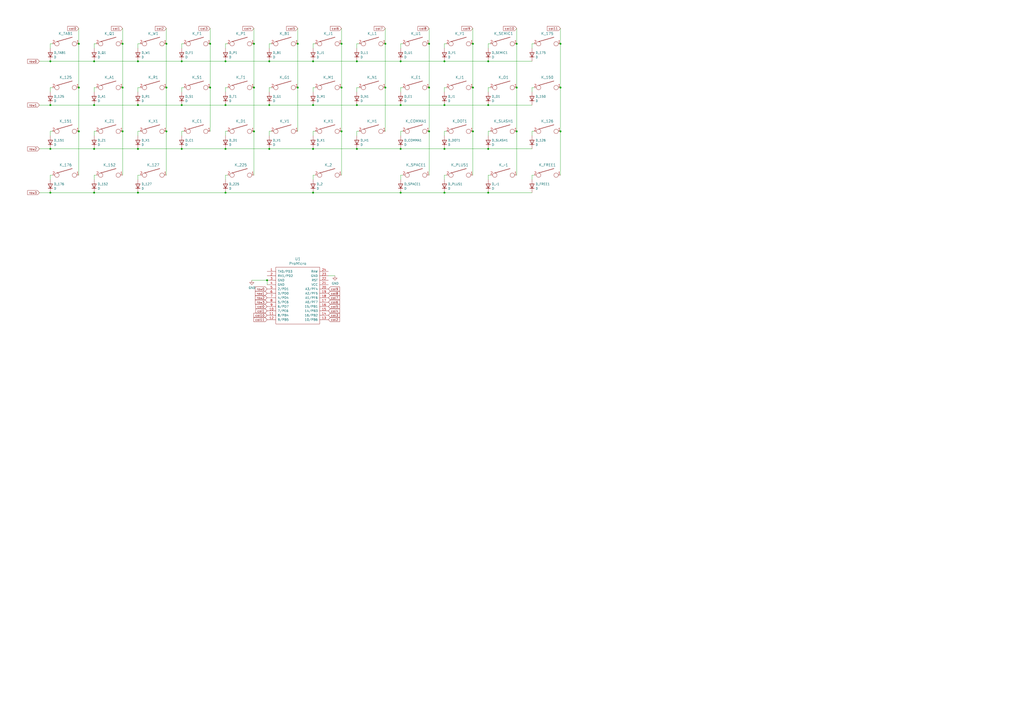
<source format=kicad_sch>
(kicad_sch (version 20211123) (generator eeschema)
  (paper "A2")
  (lib_symbols
    (symbol "Device:D" (pin_numbers hide) (pin_names (offset 1.016) hide)
      (property "Reference" "D" (at 0 2.54 0))
      (property "Value" "D" (at 0 -2.54 0))
      (symbol "D_0_1"
        (polyline (pts (xy -1.27 1.27) (xy -1.27 -1.27)) (stroke (width 0.254)))
        (polyline (pts (xy 1.27 0) (xy -1.27 0)))
        (polyline (pts (xy 1.27 1.27) (xy 1.27 -1.27) (xy -1.27 0) (xy 1.27 1.27)) (stroke (width 0.254)))
      )
      (symbol "D_1_1"
        (pin passive line (at -3.81 0 0) (length 2.54) (name "K") (number "1"))
        (pin passive line (at 3.81 0 180) (length 2.54) (name "A") (number "2"))
      )
    )
    (symbol "keebio:ProMicro" (pin_names (offset 1.016))
      (property "Reference" "U" (at 0 0 0))
      (property "Value" "ProMicro" (at 0 -19.05 0))
      (symbol "ProMicro_0_1"
        (rectangle (start -12.7 -16.51) (end 12.7 16.51))
      )
      (symbol "ProMicro_1_1"
        (pin input line (at -17.78 13.97 0) (length 5.08) (name "TX0/PD3") (number "1"))
        (pin input line (at -17.78 -8.89 0) (length 5.08) (name "7/PE6") (number "10"))
        (pin input line (at -17.78 -11.43 0) (length 5.08) (name "8/PB4") (number "11"))
        (pin input line (at -17.78 -13.97 0) (length 5.08) (name "9/PB5") (number "12"))
        (pin input line (at 17.78 -13.97 180) (length 5.08) (name "10/PB6") (number "13"))
        (pin input line (at 17.78 -11.43 180) (length 5.08) (name "16/PB2") (number "14"))
        (pin input line (at 17.78 -8.89 180) (length 5.08) (name "14/PB3") (number "15"))
        (pin input line (at 17.78 -6.35 180) (length 5.08) (name "15/PB1") (number "16"))
        (pin input line (at 17.78 -3.81 180) (length 5.08) (name "A0/PF7") (number "17"))
        (pin input line (at 17.78 -1.27 180) (length 5.08) (name "A1/PF6") (number "18"))
        (pin input line (at 17.78 1.27 180) (length 5.08) (name "A2/PF5") (number "19"))
        (pin input line (at -17.78 11.43 0) (length 5.08) (name "RX1/PD2") (number "2"))
        (pin input line (at 17.78 3.81 180) (length 5.08) (name "A3/PF4") (number "20"))
        (pin input line (at 17.78 6.35 180) (length 5.08) (name "VCC") (number "21"))
        (pin input line (at 17.78 8.89 180) (length 5.08) (name "RST") (number "22"))
        (pin input line (at 17.78 11.43 180) (length 5.08) (name "GND") (number "23"))
        (pin input line (at 17.78 13.97 180) (length 5.08) (name "RAW") (number "24"))
        (pin input line (at -17.78 8.89 0) (length 5.08) (name "GND") (number "3"))
        (pin input line (at -17.78 6.35 0) (length 5.08) (name "GND") (number "4"))
        (pin input line (at -17.78 3.81 0) (length 5.08) (name "2/PD1") (number "5"))
        (pin input line (at -17.78 1.27 0) (length 5.08) (name "3/PD0") (number "6"))
        (pin input line (at -17.78 -1.27 0) (length 5.08) (name "4/PD4") (number "7"))
        (pin input line (at -17.78 -3.81 0) (length 5.08) (name "5/PC6") (number "8"))
        (pin input line (at -17.78 -6.35 0) (length 5.08) (name "6/PD7") (number "9"))
      )
    )
    (symbol "keyboard_parts:KEYSW" (pin_names (offset 1.016))
      (property "Reference" "K?" (at -1.27 0 0))
      (symbol "KEYSW_0_1"
        (circle (center -5.08 0) (radius 1.27))
        (polyline (pts (xy -5.08 1.27) (xy 3.81 3.81)) (stroke (width 0.254)))
        (circle (center 5.08 0) (radius 1.27))
      )
      (symbol "KEYSW_1_1"
        (pin passive line (at 7.62 0 180) (length 1.27) (name "~") (number "1"))
        (pin passive line (at -7.62 0 0) (length 1.27) (name "~") (number "2"))
      )
    )
    (symbol "power:GND" (power) (pin_names (offset 0))
      (property "Value" "GND" (at 0 -3.81 0))
      (symbol "GND_0_1"
        (polyline (pts (xy 0 0) (xy 0 -1.27) (xy 1.27 -1.27) (xy 0 -2.54) (xy -1.27 -1.27) (xy 0 -1.27)))
      )
      (symbol "GND_1_1"
        (pin power_in line (at 0 0 270) (length 0) hide (name "GND") (number "1"))
      )
    )
  )
  (junction (at 96.52 25.4))
  (junction (at 96.52 50.8))
  (junction (at 105.41 60.96))
  (junction (at 283.21 86.36))
  (junction (at 54.61 35.56))
  (junction (at 198.12 76.2))
  (junction (at 257.81 60.96))
  (junction (at 299.72 76.2))
  (junction (at 105.41 86.36))
  (junction (at 156.21 60.96))
  (junction (at 283.21 35.56))
  (junction (at 29.21 60.96))
  (junction (at 181.61 111.76))
  (junction (at 207.01 35.56))
  (junction (at 121.92 50.8))
  (junction (at 257.81 86.36))
  (junction (at 154.94 162.56))
  (junction (at 29.21 35.56))
  (junction (at 130.81 60.96))
  (junction (at 96.52 76.2))
  (junction (at 325.12 76.2))
  (junction (at 223.52 50.8))
  (junction (at 45.72 50.8))
  (junction (at 121.92 25.4))
  (junction (at 248.92 50.8))
  (junction (at 156.21 86.36))
  (junction (at 232.41 60.96))
  (junction (at 29.21 86.36))
  (junction (at 207.01 60.96))
  (junction (at 130.81 35.56))
  (junction (at 54.61 86.36))
  (junction (at 232.41 86.36))
  (junction (at 130.81 111.76))
  (junction (at 54.61 60.96))
  (junction (at 172.72 50.8))
  (junction (at 147.32 76.2))
  (junction (at 207.01 86.36))
  (junction (at 80.01 86.36))
  (junction (at 223.52 25.4))
  (junction (at 232.41 35.56))
  (junction (at 80.01 111.76))
  (junction (at 274.32 25.4))
  (junction (at 198.12 50.8))
  (junction (at 248.92 76.2))
  (junction (at 71.12 25.4))
  (junction (at 147.32 50.8))
  (junction (at 257.81 35.56))
  (junction (at 257.81 111.76))
  (junction (at 181.61 35.56))
  (junction (at 80.01 35.56))
  (junction (at 274.32 50.8))
  (junction (at 274.32 76.2))
  (junction (at 198.12 25.4))
  (junction (at 172.72 25.4))
  (junction (at 45.72 25.4))
  (junction (at 283.21 111.76))
  (junction (at 325.12 25.4))
  (junction (at 181.61 60.96))
  (junction (at 45.72 76.2))
  (junction (at 80.01 60.96))
  (junction (at 232.41 111.76))
  (junction (at 71.12 50.8))
  (junction (at 181.61 86.36))
  (junction (at 299.72 25.4))
  (junction (at 325.12 50.8))
  (junction (at 299.72 50.8))
  (junction (at 71.12 76.2))
  (junction (at 156.21 35.56))
  (junction (at 283.21 60.96))
  (junction (at 147.32 25.4))
  (junction (at 105.41 35.56))
  (junction (at 29.21 111.76))
  (junction (at 130.81 86.36))
  (junction (at 248.92 25.4))
  (junction (at 54.61 111.76))
  (wire (pts (xy 232.41 35.56) (xy 257.81 35.56)))
  (wire (pts (xy 96.52 16.51) (xy 96.52 25.4)))
  (wire (pts (xy 121.92 76.2) (xy 121.92 50.8)))
  (wire (pts (xy 130.81 35.56) (xy 156.21 35.56)))
  (wire (pts (xy 80.01 50.8) (xy 80.01 53.34)))
  (wire (pts (xy 207.01 25.4) (xy 207.01 27.94)))
  (wire (pts (xy 29.21 101.6) (xy 29.21 104.14)))
  (wire (pts (xy 130.81 86.36) (xy 156.21 86.36)))
  (wire (pts (xy 130.81 50.8) (xy 130.81 53.34)))
  (wire (pts (xy 283.21 86.36) (xy 308.61 86.36)))
  (wire (pts (xy 248.92 50.8) (xy 248.92 25.4)))
  (wire (pts (xy 284.48 25.4) (xy 283.21 25.4)))
  (wire (pts (xy 198.12 76.2) (xy 198.12 50.8)))
  (wire (pts (xy 283.21 101.6) (xy 283.21 104.14)))
  (wire (pts (xy 105.41 25.4) (xy 105.41 27.94)))
  (wire (pts (xy 54.61 101.6) (xy 54.61 104.14)))
  (wire (pts (xy 45.72 76.2) (xy 45.72 50.8)))
  (wire (pts (xy 80.01 86.36) (xy 105.41 86.36)))
  (wire (pts (xy 283.21 35.56) (xy 308.61 35.56)))
  (wire (pts (xy 232.41 60.96) (xy 257.81 60.96)))
  (wire (pts (xy 29.21 25.4) (xy 29.21 27.94)))
  (wire (pts (xy 257.81 86.36) (xy 283.21 86.36)))
  (wire (pts (xy 299.72 101.6) (xy 299.72 76.2)))
  (wire (pts (xy 257.81 76.2) (xy 257.81 78.74)))
  (wire (pts (xy 248.92 101.6) (xy 248.92 76.2)))
  (wire (pts (xy 30.48 101.6) (xy 29.21 101.6)))
  (wire (pts (xy 157.48 25.4) (xy 156.21 25.4)))
  (wire (pts (xy 299.72 76.2) (xy 299.72 50.8)))
  (wire (pts (xy 309.88 50.8) (xy 308.61 50.8)))
  (wire (pts (xy 156.21 50.8) (xy 156.21 53.34)))
  (wire (pts (xy 80.01 76.2) (xy 80.01 78.74)))
  (wire (pts (xy 248.92 16.51) (xy 248.92 25.4)))
  (wire (pts (xy 232.41 76.2) (xy 232.41 78.74)))
  (wire (pts (xy 29.21 35.56) (xy 54.61 35.56)))
  (wire (pts (xy 80.01 101.6) (xy 80.01 104.14)))
  (wire (pts (xy 308.61 101.6) (xy 308.61 104.14)))
  (wire (pts (xy 182.88 101.6) (xy 181.61 101.6)))
  (wire (pts (xy 156.21 60.96) (xy 181.61 60.96)))
  (wire (pts (xy 106.68 50.8) (xy 105.41 50.8)))
  (wire (pts (xy 45.72 16.51) (xy 45.72 25.4)))
  (wire (pts (xy 257.81 35.56) (xy 283.21 35.56)))
  (wire (pts (xy 181.61 86.36) (xy 207.01 86.36)))
  (wire (pts (xy 105.41 60.96) (xy 130.81 60.96)))
  (wire (pts (xy 156.21 35.56) (xy 181.61 35.56)))
  (wire (pts (xy 198.12 50.8) (xy 198.12 25.4)))
  (wire (pts (xy 172.72 50.8) (xy 172.72 25.4)))
  (wire (pts (xy 54.61 111.76) (xy 80.01 111.76)))
  (wire (pts (xy 325.12 16.51) (xy 325.12 25.4)))
  (wire (pts (xy 181.61 111.76) (xy 232.41 111.76)))
  (wire (pts (xy 106.68 25.4) (xy 105.41 25.4)))
  (wire (pts (xy 208.28 50.8) (xy 207.01 50.8)))
  (wire (pts (xy 30.48 50.8) (xy 29.21 50.8)))
  (wire (pts (xy 308.61 50.8) (xy 308.61 53.34)))
  (wire (pts (xy 132.08 101.6) (xy 130.81 101.6)))
  (wire (pts (xy 147.32 76.2) (xy 147.32 50.8)))
  (wire (pts (xy 80.01 60.96) (xy 105.41 60.96)))
  (wire (pts (xy 308.61 25.4) (xy 308.61 27.94)))
  (wire (pts (xy 208.28 25.4) (xy 207.01 25.4)))
  (wire (pts (xy 22.86 86.36) (xy 29.21 86.36)))
  (wire (pts (xy 198.12 101.6) (xy 198.12 76.2)))
  (wire (pts (xy 54.61 60.96) (xy 80.01 60.96)))
  (wire (pts (xy 130.81 76.2) (xy 130.81 78.74)))
  (wire (pts (xy 232.41 50.8) (xy 232.41 53.34)))
  (wire (pts (xy 172.72 76.2) (xy 172.72 50.8)))
  (wire (pts (xy 130.81 25.4) (xy 130.81 27.94)))
  (wire (pts (xy 29.21 76.2) (xy 29.21 78.74)))
  (wire (pts (xy 190.5 160.02) (xy 194.31 160.02)))
  (wire (pts (xy 30.48 76.2) (xy 29.21 76.2)))
  (wire (pts (xy 132.08 25.4) (xy 130.81 25.4)))
  (wire (pts (xy 22.86 35.56) (xy 29.21 35.56)))
  (wire (pts (xy 233.68 76.2) (xy 232.41 76.2)))
  (wire (pts (xy 283.21 50.8) (xy 283.21 53.34)))
  (wire (pts (xy 29.21 86.36) (xy 54.61 86.36)))
  (wire (pts (xy 299.72 16.51) (xy 299.72 25.4)))
  (wire (pts (xy 232.41 101.6) (xy 232.41 104.14)))
  (wire (pts (xy 325.12 50.8) (xy 325.12 25.4)))
  (wire (pts (xy 259.08 101.6) (xy 257.81 101.6)))
  (wire (pts (xy 29.21 50.8) (xy 29.21 53.34)))
  (wire (pts (xy 54.61 25.4) (xy 54.61 27.94)))
  (wire (pts (xy 181.61 76.2) (xy 181.61 78.74)))
  (wire (pts (xy 130.81 111.76) (xy 181.61 111.76)))
  (wire (pts (xy 45.72 50.8) (xy 45.72 25.4)))
  (wire (pts (xy 22.86 111.76) (xy 29.21 111.76)))
  (wire (pts (xy 299.72 50.8) (xy 299.72 25.4)))
  (wire (pts (xy 96.52 50.8) (xy 96.52 25.4)))
  (wire (pts (xy 71.12 76.2) (xy 71.12 50.8)))
  (wire (pts (xy 80.01 25.4) (xy 80.01 27.94)))
  (wire (pts (xy 232.41 111.76) (xy 257.81 111.76)))
  (wire (pts (xy 45.72 101.6) (xy 45.72 76.2)))
  (wire (pts (xy 54.61 76.2) (xy 54.61 78.74)))
  (wire (pts (xy 274.32 76.2) (xy 274.32 50.8)))
  (wire (pts (xy 132.08 76.2) (xy 130.81 76.2)))
  (wire (pts (xy 30.48 25.4) (xy 29.21 25.4)))
  (wire (pts (xy 55.88 25.4) (xy 54.61 25.4)))
  (wire (pts (xy 132.08 50.8) (xy 130.81 50.8)))
  (wire (pts (xy 71.12 50.8) (xy 71.12 25.4)))
  (wire (pts (xy 233.68 101.6) (xy 232.41 101.6)))
  (wire (pts (xy 121.92 16.51) (xy 121.92 25.4)))
  (wire (pts (xy 81.28 76.2) (xy 80.01 76.2)))
  (wire (pts (xy 80.01 111.76) (xy 130.81 111.76)))
  (wire (pts (xy 181.61 50.8) (xy 181.61 53.34)))
  (wire (pts (xy 54.61 50.8) (xy 54.61 53.34)))
  (wire (pts (xy 259.08 25.4) (xy 257.81 25.4)))
  (wire (pts (xy 55.88 50.8) (xy 54.61 50.8)))
  (wire (pts (xy 283.21 60.96) (xy 308.61 60.96)))
  (wire (pts (xy 284.48 76.2) (xy 283.21 76.2)))
  (wire (pts (xy 130.81 60.96) (xy 156.21 60.96)))
  (wire (pts (xy 223.52 16.51) (xy 223.52 25.4)))
  (wire (pts (xy 71.12 16.51) (xy 71.12 25.4)))
  (wire (pts (xy 55.88 76.2) (xy 54.61 76.2)))
  (wire (pts (xy 283.21 111.76) (xy 308.61 111.76)))
  (wire (pts (xy 257.81 101.6) (xy 257.81 104.14)))
  (wire (pts (xy 233.68 25.4) (xy 232.41 25.4)))
  (wire (pts (xy 309.88 25.4) (xy 308.61 25.4)))
  (wire (pts (xy 130.81 101.6) (xy 130.81 104.14)))
  (wire (pts (xy 156.21 86.36) (xy 181.61 86.36)))
  (wire (pts (xy 121.92 50.8) (xy 121.92 25.4)))
  (wire (pts (xy 81.28 50.8) (xy 80.01 50.8)))
  (wire (pts (xy 325.12 76.2) (xy 325.12 50.8)))
  (wire (pts (xy 105.41 50.8) (xy 105.41 53.34)))
  (wire (pts (xy 106.68 76.2) (xy 105.41 76.2)))
  (wire (pts (xy 181.61 25.4) (xy 181.61 27.94)))
  (wire (pts (xy 274.32 16.51) (xy 274.32 25.4)))
  (wire (pts (xy 157.48 50.8) (xy 156.21 50.8)))
  (wire (pts (xy 283.21 25.4) (xy 283.21 27.94)))
  (wire (pts (xy 105.41 35.56) (xy 130.81 35.56)))
  (wire (pts (xy 96.52 101.6) (xy 96.52 76.2)))
  (wire (pts (xy 208.28 76.2) (xy 207.01 76.2)))
  (wire (pts (xy 147.32 16.51) (xy 147.32 25.4)))
  (wire (pts (xy 157.48 76.2) (xy 156.21 76.2)))
  (wire (pts (xy 283.21 76.2) (xy 283.21 78.74)))
  (wire (pts (xy 147.32 101.6) (xy 147.32 76.2)))
  (wire (pts (xy 147.32 50.8) (xy 147.32 25.4)))
  (wire (pts (xy 259.08 76.2) (xy 257.81 76.2)))
  (wire (pts (xy 232.41 86.36) (xy 257.81 86.36)))
  (wire (pts (xy 182.88 76.2) (xy 181.61 76.2)))
  (wire (pts (xy 105.41 76.2) (xy 105.41 78.74)))
  (wire (pts (xy 71.12 101.6) (xy 71.12 76.2)))
  (wire (pts (xy 198.12 16.51) (xy 198.12 25.4)))
  (wire (pts (xy 181.61 101.6) (xy 181.61 104.14)))
  (wire (pts (xy 248.92 76.2) (xy 248.92 50.8)))
  (wire (pts (xy 284.48 50.8) (xy 283.21 50.8)))
  (wire (pts (xy 105.41 86.36) (xy 130.81 86.36)))
  (wire (pts (xy 55.88 101.6) (xy 54.61 101.6)))
  (wire (pts (xy 257.81 111.76) (xy 283.21 111.76)))
  (wire (pts (xy 274.32 101.6) (xy 274.32 76.2)))
  (wire (pts (xy 207.01 35.56) (xy 232.41 35.56)))
  (wire (pts (xy 80.01 35.56) (xy 105.41 35.56)))
  (wire (pts (xy 232.41 25.4) (xy 232.41 27.94)))
  (wire (pts (xy 207.01 86.36) (xy 232.41 86.36)))
  (wire (pts (xy 29.21 111.76) (xy 54.61 111.76)))
  (wire (pts (xy 223.52 76.2) (xy 223.52 50.8)))
  (wire (pts (xy 223.52 50.8) (xy 223.52 25.4)))
  (wire (pts (xy 309.88 101.6) (xy 308.61 101.6)))
  (wire (pts (xy 154.94 162.56) (xy 146.05 162.56)))
  (wire (pts (xy 259.08 50.8) (xy 257.81 50.8)))
  (wire (pts (xy 274.32 50.8) (xy 274.32 25.4)))
  (wire (pts (xy 156.21 76.2) (xy 156.21 78.74)))
  (wire (pts (xy 81.28 101.6) (xy 80.01 101.6)))
  (wire (pts (xy 207.01 76.2) (xy 207.01 78.74)))
  (wire (pts (xy 257.81 60.96) (xy 283.21 60.96)))
  (wire (pts (xy 207.01 60.96) (xy 232.41 60.96)))
  (wire (pts (xy 181.61 60.96) (xy 207.01 60.96)))
  (wire (pts (xy 96.52 76.2) (xy 96.52 50.8)))
  (wire (pts (xy 29.21 60.96) (xy 54.61 60.96)))
  (wire (pts (xy 54.61 35.56) (xy 80.01 35.56)))
  (wire (pts (xy 325.12 101.6) (xy 325.12 76.2)))
  (wire (pts (xy 181.61 35.56) (xy 207.01 35.56)))
  (wire (pts (xy 81.28 25.4) (xy 80.01 25.4)))
  (wire (pts (xy 284.48 101.6) (xy 283.21 101.6)))
  (wire (pts (xy 172.72 16.51) (xy 172.72 25.4)))
  (wire (pts (xy 257.81 25.4) (xy 257.81 27.94)))
  (wire (pts (xy 308.61 76.2) (xy 308.61 78.74)))
  (wire (pts (xy 182.88 25.4) (xy 181.61 25.4)))
  (wire (pts (xy 156.21 25.4) (xy 156.21 27.94)))
  (wire (pts (xy 257.81 50.8) (xy 257.81 53.34)))
  (wire (pts (xy 309.88 76.2) (xy 308.61 76.2)))
  (wire (pts (xy 233.68 50.8) (xy 232.41 50.8)))
  (wire (pts (xy 22.86 60.96) (xy 29.21 60.96)))
  (wire (pts (xy 207.01 50.8) (xy 207.01 53.34)))
  (wire (pts (xy 182.88 50.8) (xy 181.61 50.8)))
  (wire (pts (xy 54.61 86.36) (xy 80.01 86.36)))
  (wire (pts (xy 154.94 165.1) (xy 154.94 162.56)))
  (global_label "col8" (shape input) (at 190.5 170.18 0) (property "Intersheet References" "${INTERSHEET_REFS}" (effects hide)))
  (global_label "row2" (shape input) (at 154.94 172.72 180) (property "Intersheet References" "${INTERSHEET_REFS}" (effects hide)))
  (global_label "col4" (shape input) (at 147.32 16.51 180) (property "Intersheet References" "${INTERSHEET_REFS}" (effects hide)))
  (global_label "row0" (shape input) (at 22.86 35.56 180) (property "Intersheet References" "${INTERSHEET_REFS}" (effects hide)))
  (global_label "row1" (shape input) (at 22.86 60.96 180) (property "Intersheet References" "${INTERSHEET_REFS}" (effects hide)))
  (global_label "col6" (shape input) (at 198.12 16.51 180) (property "Intersheet References" "${INTERSHEET_REFS}" (effects hide)))
  (global_label "col6" (shape input) (at 190.5 175.26 0) (property "Intersheet References" "${INTERSHEET_REFS}" (effects hide)))
  (global_label "col2" (shape input) (at 96.52 16.51 180) (property "Intersheet References" "${INTERSHEET_REFS}" (effects hide)))
  (global_label "row1" (shape input) (at 154.94 170.18 180) (property "Intersheet References" "${INTERSHEET_REFS}" (effects hide)))
  (global_label "col10" (shape input) (at 154.94 182.88 180) (property "Intersheet References" "${INTERSHEET_REFS}" (effects hide)))
  (global_label "col11" (shape input) (at 154.94 185.42 180) (property "Intersheet References" "${INTERSHEET_REFS}" (effects hide)))
  (global_label "col4" (shape input) (at 190.5 180.34 0) (property "Intersheet References" "${INTERSHEET_REFS}" (effects hide)))
  (global_label "col8" (shape input) (at 248.92 16.51 180) (property "Intersheet References" "${INTERSHEET_REFS}" (effects hide)))
  (global_label "col0" (shape input) (at 154.94 177.8 180) (property "Intersheet References" "${INTERSHEET_REFS}" (effects hide)))
  (global_label "col1" (shape input) (at 154.94 180.34 180) (property "Intersheet References" "${INTERSHEET_REFS}" (effects hide)))
  (global_label "col11" (shape input) (at 325.12 16.51 180) (property "Intersheet References" "${INTERSHEET_REFS}" (effects hide)))
  (global_label "col3" (shape input) (at 190.5 182.88 0) (property "Intersheet References" "${INTERSHEET_REFS}" (effects hide)))
  (global_label "col1" (shape input) (at 71.12 16.51 180) (property "Intersheet References" "${INTERSHEET_REFS}" (effects hide)))
  (global_label "row3" (shape input) (at 154.94 175.26 180) (property "Intersheet References" "${INTERSHEET_REFS}" (effects hide)))
  (global_label "col9" (shape input) (at 274.32 16.51 180) (property "Intersheet References" "${INTERSHEET_REFS}" (effects hide)))
  (global_label "row2" (shape input) (at 22.86 86.36 180) (property "Intersheet References" "${INTERSHEET_REFS}" (effects hide)))
  (global_label "row0" (shape input) (at 154.94 167.64 180) (property "Intersheet References" "${INTERSHEET_REFS}" (effects hide)))
  (global_label "col7" (shape input) (at 190.5 172.72 0) (property "Intersheet References" "${INTERSHEET_REFS}" (effects hide)))
  (global_label "col9" (shape input) (at 190.5 167.64 0) (property "Intersheet References" "${INTERSHEET_REFS}" (effects hide)))
  (global_label "col10" (shape input) (at 299.72 16.51 180) (property "Intersheet References" "${INTERSHEET_REFS}" (effects hide)))
  (global_label "col0" (shape input) (at 45.72 16.51 180) (property "Intersheet References" "${INTERSHEET_REFS}" (effects hide)))
  (global_label "col5" (shape input) (at 190.5 177.8 0) (property "Intersheet References" "${INTERSHEET_REFS}" (effects hide)))
  (global_label "row3" (shape input) (at 22.86 111.76 180) (property "Intersheet References" "${INTERSHEET_REFS}" (effects hide)))
  (global_label "col5" (shape input) (at 172.72 16.51 180) (property "Intersheet References" "${INTERSHEET_REFS}" (effects hide)))
  (global_label "col2" (shape input) (at 190.5 185.42 0) (property "Intersheet References" "${INTERSHEET_REFS}" (effects hide)))
  (global_label "col7" (shape input) (at 223.52 16.51 180) (property "Intersheet References" "${INTERSHEET_REFS}" (effects hide)))
  (global_label "col3" (shape input) (at 121.92 16.51 180) (property "Intersheet References" "${INTERSHEET_REFS}" (effects hide)))
  (symbol (lib_id "keyboard_parts:KEYSW") (at 38.1 25.4 0) (unit 1)
    (property "Reference" "K_TAB1" (at 38.1 19.4818 0) (effects (font (size 1.524 1.524))))
    (property "Value" "KEYSW" (effects hide))
    (property "Footprint" "MX_Alps_Hybrid:MXOnly-1U-NoLED" (effects hide))
  )
  (symbol (lib_id "Device:D") (at 54.61 31.75 90) (unit 1)
    (property "Reference" "D_Q1" (at 56.6166 30.5816 90) (effects (justify right)))
    (property "Value" "D" (at 56.6166 33.147 90) (effects (justify right)))
    (property "Footprint" "Diode_SMD:D_SOD-123" (effects hide))
  )
  (symbol (lib_id "keyboard_parts:KEYSW") (at 63.5 25.4 0) (unit 1)
    (property "Reference" "K_Q1" (at 63.5 19.4818 0) (effects (font (size 1.524 1.524))))
    (property "Value" "KEYSW" (effects hide))
    (property "Footprint" "MX_Alps_Hybrid:MXOnly-1U-NoLED" (effects hide))
  )
  (symbol (lib_id "Device:D") (at 80.01 31.75 90) (unit 1)
    (property "Reference" "D_W1" (at 82.0166 30.5816 90) (effects (justify right)))
    (property "Value" "D" (at 82.0166 33.147 90) (effects (justify right)))
    (property "Footprint" "Diode_SMD:D_SOD-123" (effects hide))
  )
  (symbol (lib_id "keyboard_parts:KEYSW") (at 88.9 25.4 0) (unit 1)
    (property "Reference" "K_W1" (at 88.9 19.4818 0) (effects (font (size 1.524 1.524))))
    (property "Value" "KEYSW" (effects hide))
    (property "Footprint" "MX_Alps_Hybrid:MXOnly-1U-NoLED" (effects hide))
  )
  (symbol (lib_id "Device:D") (at 105.41 31.75 90) (unit 1)
    (property "Reference" "D_F1" (at 107.4166 30.5816 90) (effects (justify right)))
    (property "Value" "D" (at 107.4166 33.147 90) (effects (justify right)))
    (property "Footprint" "Diode_SMD:D_SOD-123" (effects hide))
  )
  (symbol (lib_id "keyboard_parts:KEYSW") (at 114.3 25.4 0) (unit 1)
    (property "Reference" "K_F1" (at 114.3 19.4818 0) (effects (font (size 1.524 1.524))))
    (property "Value" "KEYSW" (effects hide))
    (property "Footprint" "MX_Alps_Hybrid:MXOnly-1U-NoLED" (effects hide))
  )
  (symbol (lib_id "Device:D") (at 130.81 31.75 90) (unit 1)
    (property "Reference" "D_P1" (at 132.8166 30.5816 90) (effects (justify right)))
    (property "Value" "D" (at 132.8166 33.147 90) (effects (justify right)))
    (property "Footprint" "Diode_SMD:D_SOD-123" (effects hide))
  )
  (symbol (lib_id "keyboard_parts:KEYSW") (at 139.7 25.4 0) (unit 1)
    (property "Reference" "K_P1" (at 139.7 19.4818 0) (effects (font (size 1.524 1.524))))
    (property "Value" "KEYSW" (effects hide))
    (property "Footprint" "MX_Alps_Hybrid:MXOnly-1U-NoLED" (effects hide))
  )
  (symbol (lib_id "Device:D") (at 156.21 31.75 90) (unit 1)
    (property "Reference" "D_B1" (at 158.2166 30.5816 90) (effects (justify right)))
    (property "Value" "D" (at 158.2166 33.147 90) (effects (justify right)))
    (property "Footprint" "Diode_SMD:D_SOD-123" (effects hide))
  )
  (symbol (lib_id "keyboard_parts:KEYSW") (at 165.1 25.4 0) (unit 1)
    (property "Reference" "K_B1" (at 165.1 19.4818 0) (effects (font (size 1.524 1.524))))
    (property "Value" "KEYSW" (effects hide))
    (property "Footprint" "MX_Alps_Hybrid:MXOnly-1U-NoLED" (effects hide))
  )
  (symbol (lib_id "Device:D") (at 181.61 31.75 90) (unit 1)
    (property "Reference" "D_J1" (at 183.6166 30.5816 90) (effects (justify right)))
    (property "Value" "D" (at 183.6166 33.147 90) (effects (justify right)))
    (property "Footprint" "Diode_SMD:D_SOD-123" (effects hide))
  )
  (symbol (lib_id "keyboard_parts:KEYSW") (at 190.5 25.4 0) (unit 1)
    (property "Reference" "K_J1" (at 190.5 19.4818 0) (effects (font (size 1.524 1.524))))
    (property "Value" "KEYSW" (effects hide))
    (property "Footprint" "MX_Alps_Hybrid:MXOnly-1U-NoLED" (effects hide))
  )
  (symbol (lib_id "Device:D") (at 207.01 31.75 90) (unit 1)
    (property "Reference" "D_L1" (at 209.0166 30.5816 90) (effects (justify right)))
    (property "Value" "D" (at 209.0166 33.147 90) (effects (justify right)))
    (property "Footprint" "Diode_SMD:D_SOD-123" (effects hide))
  )
  (symbol (lib_id "keyboard_parts:KEYSW") (at 215.9 25.4 0) (unit 1)
    (property "Reference" "K_L1" (at 215.9 19.4818 0) (effects (font (size 1.524 1.524))))
    (property "Value" "KEYSW" (effects hide))
    (property "Footprint" "MX_Alps_Hybrid:MXOnly-1U-NoLED" (effects hide))
  )
  (symbol (lib_id "Device:D") (at 232.41 31.75 90) (unit 1)
    (property "Reference" "D_U1" (at 234.4166 30.5816 90) (effects (justify right)))
    (property "Value" "D" (at 234.4166 33.147 90) (effects (justify right)))
    (property "Footprint" "Diode_SMD:D_SOD-123" (effects hide))
  )
  (symbol (lib_id "keyboard_parts:KEYSW") (at 241.3 25.4 0) (unit 1)
    (property "Reference" "K_U1" (at 241.3 19.4818 0) (effects (font (size 1.524 1.524))))
    (property "Value" "KEYSW" (effects hide))
    (property "Footprint" "MX_Alps_Hybrid:MXOnly-1U-NoLED" (effects hide))
  )
  (symbol (lib_id "Device:D") (at 257.81 31.75 90) (unit 1)
    (property "Reference" "D_Y1" (at 259.8166 30.5816 90) (effects (justify right)))
    (property "Value" "D" (at 259.8166 33.147 90) (effects (justify right)))
    (property "Footprint" "Diode_SMD:D_SOD-123" (effects hide))
  )
  (symbol (lib_id "keyboard_parts:KEYSW") (at 266.7 25.4 0) (unit 1)
    (property "Reference" "K_Y1" (at 266.7 19.4818 0) (effects (font (size 1.524 1.524))))
    (property "Value" "KEYSW" (effects hide))
    (property "Footprint" "MX_Alps_Hybrid:MXOnly-1U-NoLED" (effects hide))
  )
  (symbol (lib_id "Device:D") (at 283.21 31.75 90) (unit 1)
    (property "Reference" "D_SEMIC1" (at 285.2166 30.5816 90) (effects (justify right)))
    (property "Value" "D" (at 285.2166 33.147 90) (effects (justify right)))
    (property "Footprint" "Diode_SMD:D_SOD-123" (effects hide))
  )
  (symbol (lib_id "keyboard_parts:KEYSW") (at 292.1 25.4 0) (unit 1)
    (property "Reference" "K_SEMIC1" (at 292.1 19.4818 0) (effects (font (size 1.524 1.524))))
    (property "Value" "KEYSW" (effects hide))
    (property "Footprint" "MX_Alps_Hybrid:MXOnly-1U-NoLED" (effects hide))
  )
  (symbol (lib_id "Device:D") (at 308.61 31.75 90) (unit 1)
    (property "Reference" "D_175" (at 310.6166 30.5816 90) (effects (justify right)))
    (property "Value" "D" (at 310.6166 33.147 90) (effects (justify right)))
    (property "Footprint" "Diode_SMD:D_SOD-123" (effects hide))
  )
  (symbol (lib_id "keyboard_parts:KEYSW") (at 317.5 25.4 0) (unit 1)
    (property "Reference" "K_175" (at 317.5 19.4818 0) (effects (font (size 1.524 1.524))))
    (property "Value" "KEYSW" (effects hide))
    (property "Footprint" "MX_Alps_Hybrid:MXOnly-1.75U-NoLED" (effects hide))
  )
  (symbol (lib_id "Device:D") (at 29.21 57.15 90) (unit 1)
    (property "Reference" "D_125" (at 31.2166 55.9816 90) (effects (justify right)))
    (property "Value" "D" (at 31.2166 58.547 90) (effects (justify right)))
    (property "Footprint" "Diode_SMD:D_SOD-123" (effects hide))
  )
  (symbol (lib_id "keyboard_parts:KEYSW") (at 38.1 50.8 0) (unit 1)
    (property "Reference" "K_125" (at 38.1 44.8818 0) (effects (font (size 1.524 1.524))))
    (property "Value" "KEYSW" (effects hide))
    (property "Footprint" "MX_Alps_Hybrid:MXOnly-1.25U-NoLED" (effects hide))
  )
  (symbol (lib_id "Device:D") (at 54.61 57.15 90) (unit 1)
    (property "Reference" "D_A1" (at 56.6166 55.9816 90) (effects (justify right)))
    (property "Value" "D" (at 56.6166 58.547 90) (effects (justify right)))
    (property "Footprint" "Diode_SMD:D_SOD-123" (effects hide))
  )
  (symbol (lib_id "keyboard_parts:KEYSW") (at 63.5 50.8 0) (unit 1)
    (property "Reference" "K_A1" (at 63.5 44.8818 0) (effects (font (size 1.524 1.524))))
    (property "Value" "KEYSW" (effects hide))
    (property "Footprint" "MX_Alps_Hybrid:MXOnly-1U-NoLED" (effects hide))
  )
  (symbol (lib_id "Device:D") (at 80.01 57.15 90) (unit 1)
    (property "Reference" "D_R1" (at 82.0166 55.9816 90) (effects (justify right)))
    (property "Value" "D" (at 82.0166 58.547 90) (effects (justify right)))
    (property "Footprint" "Diode_SMD:D_SOD-123" (effects hide))
  )
  (symbol (lib_id "keyboard_parts:KEYSW") (at 88.9 50.8 0) (unit 1)
    (property "Reference" "K_R1" (at 88.9 44.8818 0) (effects (font (size 1.524 1.524))))
    (property "Value" "KEYSW" (effects hide))
    (property "Footprint" "MX_Alps_Hybrid:MXOnly-1U-NoLED" (effects hide))
  )
  (symbol (lib_id "Device:D") (at 105.41 57.15 90) (unit 1)
    (property "Reference" "D_S1" (at 107.4166 55.9816 90) (effects (justify right)))
    (property "Value" "D" (at 107.4166 58.547 90) (effects (justify right)))
    (property "Footprint" "Diode_SMD:D_SOD-123" (effects hide))
  )
  (symbol (lib_id "keyboard_parts:KEYSW") (at 114.3 50.8 0) (unit 1)
    (property "Reference" "K_S1" (at 114.3 44.8818 0) (effects (font (size 1.524 1.524))))
    (property "Value" "KEYSW" (effects hide))
    (property "Footprint" "MX_Alps_Hybrid:MXOnly-1U-NoLED" (effects hide))
  )
  (symbol (lib_id "Device:D") (at 130.81 57.15 90) (unit 1)
    (property "Reference" "D_T1" (at 132.8166 55.9816 90) (effects (justify right)))
    (property "Value" "D" (at 132.8166 58.547 90) (effects (justify right)))
    (property "Footprint" "Diode_SMD:D_SOD-123" (effects hide))
  )
  (symbol (lib_id "keyboard_parts:KEYSW") (at 139.7 50.8 0) (unit 1)
    (property "Reference" "K_T1" (at 139.7 44.8818 0) (effects (font (size 1.524 1.524))))
    (property "Value" "KEYSW" (effects hide))
    (property "Footprint" "MX_Alps_Hybrid:MXOnly-1U-NoLED" (effects hide))
  )
  (symbol (lib_id "Device:D") (at 156.21 57.15 90) (unit 1)
    (property "Reference" "D_G1" (at 158.2166 55.9816 90) (effects (justify right)))
    (property "Value" "D" (at 158.2166 58.547 90) (effects (justify right)))
    (property "Footprint" "Diode_SMD:D_SOD-123" (effects hide))
  )
  (symbol (lib_id "keyboard_parts:KEYSW") (at 165.1 50.8 0) (unit 1)
    (property "Reference" "K_G1" (at 165.1 44.8818 0) (effects (font (size 1.524 1.524))))
    (property "Value" "KEYSW" (effects hide))
    (property "Footprint" "MX_Alps_Hybrid:MXOnly-1U-NoLED" (effects hide))
  )
  (symbol (lib_id "Device:D") (at 181.61 57.15 90) (unit 1)
    (property "Reference" "D_M1" (at 183.6166 55.9816 90) (effects (justify right)))
    (property "Value" "D" (at 183.6166 58.547 90) (effects (justify right)))
    (property "Footprint" "Diode_SMD:D_SOD-123" (effects hide))
  )
  (symbol (lib_id "keyboard_parts:KEYSW") (at 190.5 50.8 0) (unit 1)
    (property "Reference" "K_M1" (at 190.5 44.8818 0) (effects (font (size 1.524 1.524))))
    (property "Value" "KEYSW" (effects hide))
    (property "Footprint" "MX_Alps_Hybrid:MXOnly-1U-NoLED" (effects hide))
  )
  (symbol (lib_id "Device:D") (at 207.01 57.15 90) (unit 1)
    (property "Reference" "D_N1" (at 209.0166 55.9816 90) (effects (justify right)))
    (property "Value" "D" (at 209.0166 58.547 90) (effects (justify right)))
    (property "Footprint" "Diode_SMD:D_SOD-123" (effects hide))
  )
  (symbol (lib_id "keyboard_parts:KEYSW") (at 215.9 50.8 0) (unit 1)
    (property "Reference" "K_N1" (at 215.9 44.8818 0) (effects (font (size 1.524 1.524))))
    (property "Value" "KEYSW" (effects hide))
    (property "Footprint" "MX_Alps_Hybrid:MXOnly-1U-NoLED" (effects hide))
  )
  (symbol (lib_id "Device:D") (at 232.41 57.15 90) (unit 1)
    (property "Reference" "D_E1" (at 234.4166 55.9816 90) (effects (justify right)))
    (property "Value" "D" (at 234.4166 58.547 90) (effects (justify right)))
    (property "Footprint" "Diode_SMD:D_SOD-123" (effects hide))
  )
  (symbol (lib_id "keyboard_parts:KEYSW") (at 241.3 50.8 0) (unit 1)
    (property "Reference" "K_E1" (at 241.3 44.8818 0) (effects (font (size 1.524 1.524))))
    (property "Value" "KEYSW" (effects hide))
    (property "Footprint" "MX_Alps_Hybrid:MXOnly-1U-NoLED" (effects hide))
  )
  (symbol (lib_id "Device:D") (at 257.81 57.15 90) (unit 1)
    (property "Reference" "D_I1" (at 259.8166 55.9816 90) (effects (justify right)))
    (property "Value" "D" (at 259.8166 58.547 90) (effects (justify right)))
    (property "Footprint" "Diode_SMD:D_SOD-123" (effects hide))
  )
  (symbol (lib_id "keyboard_parts:KEYSW") (at 266.7 50.8 0) (unit 1)
    (property "Reference" "K_I1" (at 266.7 44.8818 0) (effects (font (size 1.524 1.524))))
    (property "Value" "KEYSW" (effects hide))
    (property "Footprint" "MX_Alps_Hybrid:MXOnly-1U-NoLED" (effects hide))
  )
  (symbol (lib_id "Device:D") (at 283.21 57.15 90) (unit 1)
    (property "Reference" "D_O1" (at 285.2166 55.9816 90) (effects (justify right)))
    (property "Value" "D" (at 285.2166 58.547 90) (effects (justify right)))
    (property "Footprint" "Diode_SMD:D_SOD-123" (effects hide))
  )
  (symbol (lib_id "keyboard_parts:KEYSW") (at 292.1 50.8 0) (unit 1)
    (property "Reference" "K_O1" (at 292.1 44.8818 0) (effects (font (size 1.524 1.524))))
    (property "Value" "KEYSW" (effects hide))
    (property "Footprint" "MX_Alps_Hybrid:MXOnly-1U-NoLED" (effects hide))
  )
  (symbol (lib_id "Device:D") (at 308.61 57.15 90) (unit 1)
    (property "Reference" "D_150" (at 310.6166 55.9816 90) (effects (justify right)))
    (property "Value" "D" (at 310.6166 58.547 90) (effects (justify right)))
    (property "Footprint" "Diode_SMD:D_SOD-123" (effects hide))
  )
  (symbol (lib_id "keyboard_parts:KEYSW") (at 317.5 50.8 0) (unit 1)
    (property "Reference" "K_150" (at 317.5 44.8818 0) (effects (font (size 1.524 1.524))))
    (property "Value" "KEYSW" (effects hide))
    (property "Footprint" "MX_Alps_Hybrid:MXOnly-1.5U-NoLED" (effects hide))
  )
  (symbol (lib_id "Device:D") (at 29.21 82.55 90) (unit 1)
    (property "Reference" "D_151" (at 31.2166 81.3816 90) (effects (justify right)))
    (property "Value" "D" (at 31.2166 83.947 90) (effects (justify right)))
    (property "Footprint" "Diode_SMD:D_SOD-123" (effects hide))
  )
  (symbol (lib_id "keyboard_parts:KEYSW") (at 38.1 76.2 0) (unit 1)
    (property "Reference" "K_151" (at 38.1 70.2818 0) (effects (font (size 1.524 1.524))))
    (property "Value" "KEYSW" (effects hide))
    (property "Footprint" "MX_Alps_Hybrid:MXOnly-1.5U-NoLED" (effects hide))
  )
  (symbol (lib_id "Device:D") (at 54.61 82.55 90) (unit 1)
    (property "Reference" "D_Z1" (at 56.6166 81.3816 90) (effects (justify right)))
    (property "Value" "D" (at 56.6166 83.947 90) (effects (justify right)))
    (property "Footprint" "Diode_SMD:D_SOD-123" (effects hide))
  )
  (symbol (lib_id "keyboard_parts:KEYSW") (at 63.5 76.2 0) (unit 1)
    (property "Reference" "K_Z1" (at 63.5 70.2818 0) (effects (font (size 1.524 1.524))))
    (property "Value" "KEYSW" (effects hide))
    (property "Footprint" "MX_Alps_Hybrid:MXOnly-1U-NoLED" (effects hide))
  )
  (symbol (lib_id "Device:D") (at 80.01 82.55 90) (unit 1)
    (property "Reference" "D_X1" (at 82.0166 81.3816 90) (effects (justify right)))
    (property "Value" "D" (at 82.0166 83.947 90) (effects (justify right)))
    (property "Footprint" "Diode_SMD:D_SOD-123" (effects hide))
  )
  (symbol (lib_id "keyboard_parts:KEYSW") (at 88.9 76.2 0) (unit 1)
    (property "Reference" "K_X1" (at 88.9 70.2818 0) (effects (font (size 1.524 1.524))))
    (property "Value" "KEYSW" (effects hide))
    (property "Footprint" "MX_Alps_Hybrid:MXOnly-1U-NoLED" (effects hide))
  )
  (symbol (lib_id "Device:D") (at 105.41 82.55 90) (unit 1)
    (property "Reference" "D_C1" (at 107.4166 81.3816 90) (effects (justify right)))
    (property "Value" "D" (at 107.4166 83.947 90) (effects (justify right)))
    (property "Footprint" "Diode_SMD:D_SOD-123" (effects hide))
  )
  (symbol (lib_id "keyboard_parts:KEYSW") (at 114.3 76.2 0) (unit 1)
    (property "Reference" "K_C1" (at 114.3 70.2818 0) (effects (font (size 1.524 1.524))))
    (property "Value" "KEYSW" (effects hide))
    (property "Footprint" "MX_Alps_Hybrid:MXOnly-1U-NoLED" (effects hide))
  )
  (symbol (lib_id "Device:D") (at 130.81 82.55 90) (unit 1)
    (property "Reference" "D_D1" (at 132.8166 81.3816 90) (effects (justify right)))
    (property "Value" "D" (at 132.8166 83.947 90) (effects (justify right)))
    (property "Footprint" "Diode_SMD:D_SOD-123" (effects hide))
  )
  (symbol (lib_id "keyboard_parts:KEYSW") (at 139.7 76.2 0) (unit 1)
    (property "Reference" "K_D1" (at 139.7 70.2818 0) (effects (font (size 1.524 1.524))))
    (property "Value" "KEYSW" (effects hide))
    (property "Footprint" "MX_Alps_Hybrid:MXOnly-1U-NoLED" (effects hide))
  )
  (symbol (lib_id "Device:D") (at 156.21 82.55 90) (unit 1)
    (property "Reference" "D_V1" (at 158.2166 81.3816 90) (effects (justify right)))
    (property "Value" "D" (at 158.2166 83.947 90) (effects (justify right)))
    (property "Footprint" "Diode_SMD:D_SOD-123" (effects hide))
  )
  (symbol (lib_id "keyboard_parts:KEYSW") (at 165.1 76.2 0) (unit 1)
    (property "Reference" "K_V1" (at 165.1 70.2818 0) (effects (font (size 1.524 1.524))))
    (property "Value" "KEYSW" (effects hide))
    (property "Footprint" "MX_Alps_Hybrid:MXOnly-1U-NoLED" (effects hide))
  )
  (symbol (lib_id "Device:D") (at 181.61 82.55 90) (unit 1)
    (property "Reference" "D_K1" (at 183.6166 81.3816 90) (effects (justify right)))
    (property "Value" "D" (at 183.6166 83.947 90) (effects (justify right)))
    (property "Footprint" "Diode_SMD:D_SOD-123" (effects hide))
  )
  (symbol (lib_id "keyboard_parts:KEYSW") (at 190.5 76.2 0) (unit 1)
    (property "Reference" "K_K1" (at 190.5 70.2818 0) (effects (font (size 1.524 1.524))))
    (property "Value" "KEYSW" (effects hide))
    (property "Footprint" "MX_Alps_Hybrid:MXOnly-1U-NoLED" (effects hide))
  )
  (symbol (lib_id "Device:D") (at 207.01 82.55 90) (unit 1)
    (property "Reference" "D_H1" (at 209.0166 81.3816 90) (effects (justify right)))
    (property "Value" "D" (at 209.0166 83.947 90) (effects (justify right)))
    (property "Footprint" "Diode_SMD:D_SOD-123" (effects hide))
  )
  (symbol (lib_id "keyboard_parts:KEYSW") (at 215.9 76.2 0) (unit 1)
    (property "Reference" "K_H1" (at 215.9 70.2818 0) (effects (font (size 1.524 1.524))))
    (property "Value" "KEYSW" (effects hide))
    (property "Footprint" "MX_Alps_Hybrid:MXOnly-1U-NoLED" (effects hide))
  )
  (symbol (lib_id "Device:D") (at 232.41 82.55 90) (unit 1)
    (property "Reference" "D_COMMA1" (at 234.4166 81.3816 90) (effects (justify right)))
    (property "Value" "D" (at 234.4166 83.947 90) (effects (justify right)))
    (property "Footprint" "Diode_SMD:D_SOD-123" (effects hide))
  )
  (symbol (lib_id "keyboard_parts:KEYSW") (at 241.3 76.2 0) (unit 1)
    (property "Reference" "K_COMMA1" (at 241.3 70.2818 0) (effects (font (size 1.524 1.524))))
    (property "Value" "KEYSW" (effects hide))
    (property "Footprint" "MX_Alps_Hybrid:MXOnly-1U-NoLED" (effects hide))
  )
  (symbol (lib_id "Device:D") (at 257.81 82.55 90) (unit 1)
    (property "Reference" "D_DOT1" (at 259.8166 81.3816 90) (effects (justify right)))
    (property "Value" "D" (at 259.8166 83.947 90) (effects (justify right)))
    (property "Footprint" "Diode_SMD:D_SOD-123" (effects hide))
  )
  (symbol (lib_id "keyboard_parts:KEYSW") (at 266.7 76.2 0) (unit 1)
    (property "Reference" "K_DOT1" (at 266.7 70.2818 0) (effects (font (size 1.524 1.524))))
    (property "Value" "KEYSW" (effects hide))
    (property "Footprint" "MX_Alps_Hybrid:MXOnly-1U-NoLED" (effects hide))
  )
  (symbol (lib_id "Device:D") (at 283.21 82.55 90) (unit 1)
    (property "Reference" "D_SLASH1" (at 285.2166 81.3816 90) (effects (justify right)))
    (property "Value" "D" (at 285.2166 83.947 90) (effects (justify right)))
    (property "Footprint" "Diode_SMD:D_SOD-123" (effects hide))
  )
  (symbol (lib_id "keyboard_parts:KEYSW") (at 292.1 76.2 0) (unit 1)
    (property "Reference" "K_SLASH1" (at 292.1 70.2818 0) (effects (font (size 1.524 1.524))))
    (property "Value" "KEYSW" (effects hide))
    (property "Footprint" "MX_Alps_Hybrid:MXOnly-1U-NoLED" (effects hide))
  )
  (symbol (lib_id "Device:D") (at 308.61 82.55 90) (unit 1)
    (property "Reference" "D_126" (at 310.6166 81.3816 90) (effects (justify right)))
    (property "Value" "D" (at 310.6166 83.947 90) (effects (justify right)))
    (property "Footprint" "Diode_SMD:D_SOD-123" (effects hide))
  )
  (symbol (lib_id "keyboard_parts:KEYSW") (at 317.5 76.2 0) (unit 1)
    (property "Reference" "K_126" (at 317.5 70.2818 0) (effects (font (size 1.524 1.524))))
    (property "Value" "KEYSW" (effects hide))
    (property "Footprint" "MX_Alps_Hybrid:MXOnly-1.25U-NoLED" (effects hide))
  )
  (symbol (lib_id "Device:D") (at 29.21 107.95 90) (unit 1)
    (property "Reference" "D_176" (at 31.2166 106.7816 90) (effects (justify right)))
    (property "Value" "D" (at 31.2166 109.347 90) (effects (justify right)))
    (property "Footprint" "Diode_SMD:D_SOD-123" (effects hide))
  )
  (symbol (lib_id "keyboard_parts:KEYSW") (at 38.1 101.6 0) (unit 1)
    (property "Reference" "K_176" (at 38.1 95.6818 0) (effects (font (size 1.524 1.524))))
    (property "Value" "KEYSW" (effects hide))
    (property "Footprint" "MX_Alps_Hybrid:MXOnly-1.75U-NoLED" (effects hide))
  )
  (symbol (lib_id "Device:D") (at 54.61 107.95 90) (unit 1)
    (property "Reference" "D_152" (at 56.6166 106.7816 90) (effects (justify right)))
    (property "Value" "D" (at 56.6166 109.347 90) (effects (justify right)))
    (property "Footprint" "Diode_SMD:D_SOD-123" (effects hide))
  )
  (symbol (lib_id "keyboard_parts:KEYSW") (at 63.5 101.6 0) (unit 1)
    (property "Reference" "K_152" (at 63.5 95.6818 0) (effects (font (size 1.524 1.524))))
    (property "Value" "KEYSW" (effects hide))
    (property "Footprint" "MX_Alps_Hybrid:MXOnly-1.5U-NoLED" (effects hide))
  )
  (symbol (lib_id "Device:D") (at 80.01 107.95 90) (unit 1)
    (property "Reference" "D_127" (at 82.0166 106.7816 90) (effects (justify right)))
    (property "Value" "D" (at 82.0166 109.347 90) (effects (justify right)))
    (property "Footprint" "Diode_SMD:D_SOD-123" (effects hide))
  )
  (symbol (lib_id "keyboard_parts:KEYSW") (at 88.9 101.6 0) (unit 1)
    (property "Reference" "K_127" (at 88.9 95.6818 0) (effects (font (size 1.524 1.524))))
    (property "Value" "KEYSW" (effects hide))
    (property "Footprint" "MX_Alps_Hybrid:MXOnly-1.25U-NoLED" (effects hide))
  )
  (symbol (lib_id "Device:D") (at 130.81 107.95 90) (unit 1)
    (property "Reference" "D_225" (at 132.8166 106.7816 90) (effects (justify right)))
    (property "Value" "D" (at 132.8166 109.347 90) (effects (justify right)))
    (property "Footprint" "Diode_SMD:D_SOD-123" (effects hide))
  )
  (symbol (lib_id "keyboard_parts:KEYSW") (at 139.7 101.6 0) (unit 1)
    (property "Reference" "K_225" (at 139.7 95.6818 0) (effects (font (size 1.524 1.524))))
    (property "Value" "KEYSW" (effects hide))
    (property "Footprint" "MX_Alps_Hybrid:MXOnly-2.25U-NoLED" (effects hide))
  )
  (symbol (lib_id "Device:D") (at 181.61 107.95 90) (unit 1)
    (property "Reference" "D_2" (at 183.6166 106.7816 90) (effects (justify right)))
    (property "Value" "D" (at 183.6166 109.347 90) (effects (justify right)))
    (property "Footprint" "Diode_SMD:D_SOD-123" (effects hide))
  )
  (symbol (lib_id "keyboard_parts:KEYSW") (at 190.5 101.6 0) (unit 1)
    (property "Reference" "K_2" (at 190.5 95.6818 0) (effects (font (size 1.524 1.524))))
    (property "Value" "KEYSW" (effects hide))
    (property "Footprint" "MX_Alps_Hybrid:MXOnly-2U-NoLED" (effects hide))
  )
  (symbol (lib_id "Device:D") (at 232.41 107.95 90) (unit 1)
    (property "Reference" "D_SPACE1" (at 234.4166 106.7816 90) (effects (justify right)))
    (property "Value" "D" (at 234.4166 109.347 90) (effects (justify right)))
    (property "Footprint" "Diode_SMD:D_SOD-123" (effects hide))
  )
  (symbol (lib_id "keyboard_parts:KEYSW") (at 241.3 101.6 0) (unit 1)
    (property "Reference" "K_SPACE1" (at 241.3 95.6818 0) (effects (font (size 1.524 1.524))))
    (property "Value" "KEYSW" (effects hide))
    (property "Footprint" "MX_Alps_Hybrid:MXOnly-1U-NoLED" (effects hide))
  )
  (symbol (lib_id "Device:D") (at 257.81 107.95 90) (unit 1)
    (property "Reference" "D_PLUS1" (at 259.8166 106.7816 90) (effects (justify right)))
    (property "Value" "D" (at 259.8166 109.347 90) (effects (justify right)))
    (property "Footprint" "Diode_SMD:D_SOD-123" (effects hide))
  )
  (symbol (lib_id "keyboard_parts:KEYSW") (at 266.7 101.6 0) (unit 1)
    (property "Reference" "K_PLUS1" (at 266.7 95.6818 0) (effects (font (size 1.524 1.524))))
    (property "Value" "KEYSW" (effects hide))
    (property "Footprint" "MX_Alps_Hybrid:MXOnly-1U-NoLED" (effects hide))
  )
  (symbol (lib_id "Device:D") (at 283.21 107.95 90) (unit 1)
    (property "Reference" "D_~1" (at 285.2166 106.7816 90) (effects (justify right)))
    (property "Value" "D" (at 285.2166 109.347 90) (effects (justify right)))
    (property "Footprint" "Diode_SMD:D_SOD-123" (effects hide))
  )
  (symbol (lib_id "keyboard_parts:KEYSW") (at 292.1 101.6 0) (unit 1)
    (property "Reference" "K_~1" (at 292.1 95.6818 0) (effects (font (size 1.524 1.524))))
    (property "Value" "KEYSW" (effects hide))
    (property "Footprint" "MX_Alps_Hybrid:MXOnly-1U-NoLED" (effects hide))
  )
  (symbol (lib_id "Device:D") (at 308.61 107.95 90) (unit 1)
    (property "Reference" "D_FREE1" (at 310.6166 106.7816 90) (effects (justify right)))
    (property "Value" "D" (at 310.6166 109.347 90) (effects (justify right)))
    (property "Footprint" "Diode_SMD:D_SOD-123" (effects hide))
  )
  (symbol (lib_id "keyboard_parts:KEYSW") (at 317.5 101.6 0) (unit 1)
    (property "Reference" "K_FREE1" (at 317.5 95.6818 0) (effects (font (size 1.524 1.524))))
    (property "Value" "KEYSW" (effects hide))
    (property "Footprint" "MX_Alps_Hybrid:MXOnly-1U-NoLED" (effects hide))
  )
  (symbol (lib_id "keebio:ProMicro") (at 172.72 171.45 0) (unit 1)
    (property "Reference" "U1" (at 172.72 150.1902 0) (effects (font (size 1.524 1.524))))
    (property "Value" "ProMicro" (at 172.72 152.8826 0) (effects (font (size 1.524 1.524))))
    (property "Footprint" "Keebio-Parts:ArduinoProMicro-ZigZag" (effects hide))
  )
  (symbol (lib_id "power:GND") (at 146.05 162.56 0) (unit 1)
    (property "Reference" "#PWR0101" (effects hide))
    (property "Value" "GND" (at 146.177 166.9542 0))
  )
  (symbol (lib_id "power:GND") (at 194.31 160.02 0) (unit 1)
    (property "Reference" "#PWR0102" (effects hide))
    (property "Value" "GND" (at 194.437 164.4142 0))
  )
  (symbol (lib_id "Device:D") (at 29.21 31.75 90) (unit 1)
    (property "Reference" "D_TAB1" (at 31.2166 30.5816 90) (effects (justify right)))
    (property "Value" "D" (at 31.2166 33.147 90) (effects (justify right)))
    (property "Footprint" "Diode_SMD:D_SOD-123" (effects hide))
  )
)
</source>
